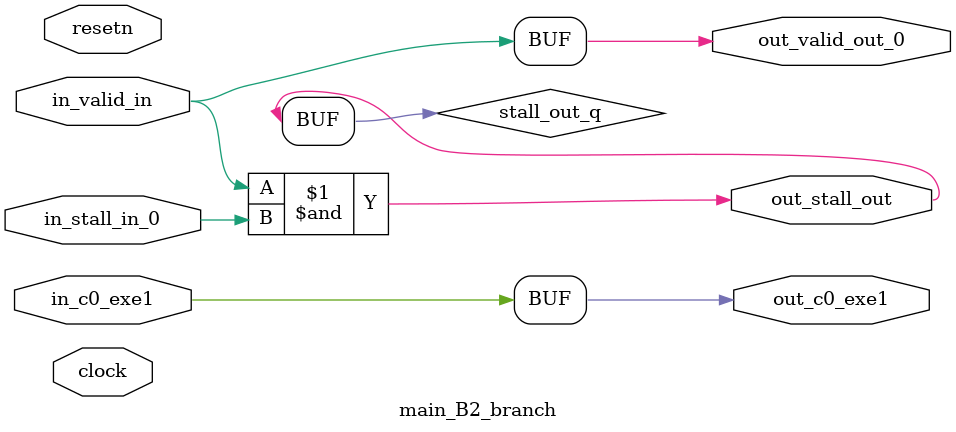
<source format=sv>



(* altera_attribute = "-name AUTO_SHIFT_REGISTER_RECOGNITION OFF; -name MESSAGE_DISABLE 10036; -name MESSAGE_DISABLE 10037; -name MESSAGE_DISABLE 14130; -name MESSAGE_DISABLE 14320; -name MESSAGE_DISABLE 15400; -name MESSAGE_DISABLE 14130; -name MESSAGE_DISABLE 10036; -name MESSAGE_DISABLE 12020; -name MESSAGE_DISABLE 12030; -name MESSAGE_DISABLE 12010; -name MESSAGE_DISABLE 12110; -name MESSAGE_DISABLE 14320; -name MESSAGE_DISABLE 13410; -name MESSAGE_DISABLE 113007; -name MESSAGE_DISABLE 10958" *)
module main_B2_branch (
    input wire [0:0] in_c0_exe1,
    input wire [0:0] in_stall_in_0,
    input wire [0:0] in_valid_in,
    output wire [0:0] out_c0_exe1,
    output wire [0:0] out_stall_out,
    output wire [0:0] out_valid_out_0,
    input wire clock,
    input wire resetn
    );

    wire [0:0] stall_out_q;


    // out_c0_exe1(GPOUT,5)
    assign out_c0_exe1 = in_c0_exe1;

    // stall_out(LOGICAL,8)
    assign stall_out_q = in_valid_in & in_stall_in_0;

    // out_stall_out(GPOUT,6)
    assign out_stall_out = stall_out_q;

    // out_valid_out_0(GPOUT,7)
    assign out_valid_out_0 = in_valid_in;

endmodule

</source>
